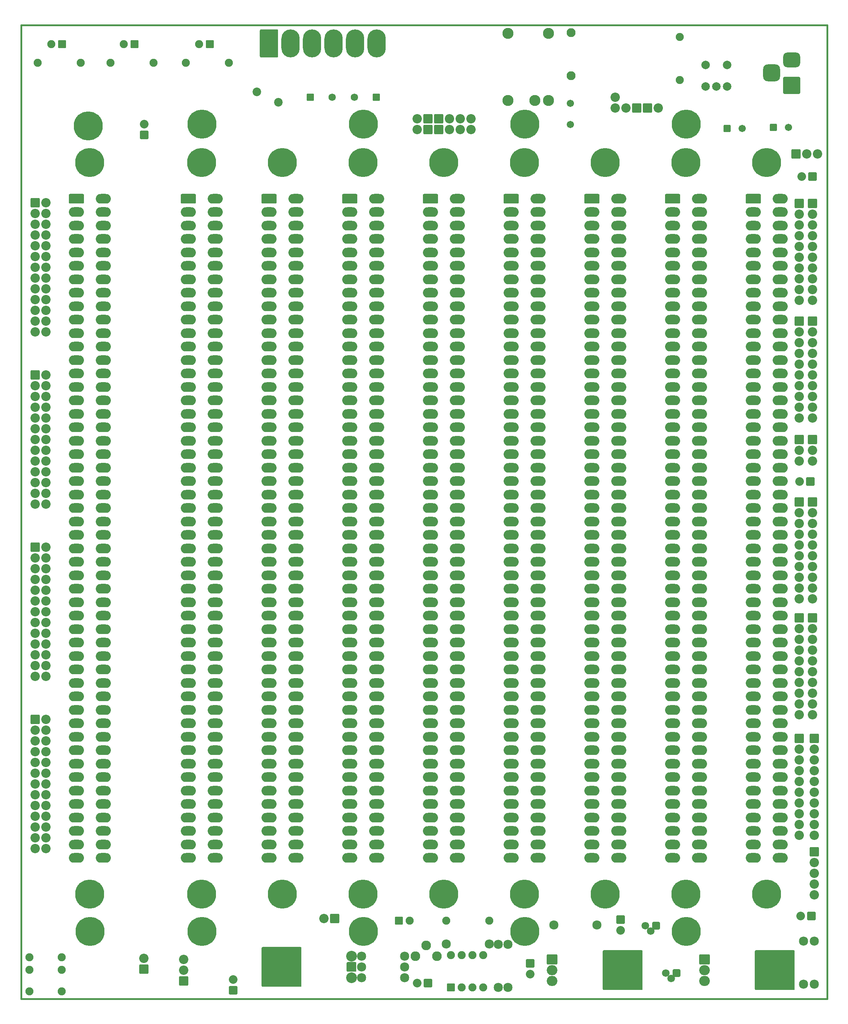
<source format=gts>
%TF.GenerationSoftware,KiCad,Pcbnew,7.0.5*%
%TF.CreationDate,2024-01-06T21:03:49-06:00*%
%TF.ProjectId,S100-Backplane,53313030-2d42-4616-936b-706c616e652e,rev?*%
%TF.SameCoordinates,Original*%
%TF.FileFunction,Soldermask,Top*%
%TF.FilePolarity,Negative*%
%FSLAX46Y46*%
G04 Gerber Fmt 4.6, Leading zero omitted, Abs format (unit mm)*
G04 Created by KiCad (PCBNEW 7.0.5) date 2024-01-06 21:03:49*
%MOMM*%
%LPD*%
G01*
G04 APERTURE LIST*
G04 Aperture macros list*
%AMRoundRect*
0 Rectangle with rounded corners*
0 $1 Rounding radius*
0 $2 $3 $4 $5 $6 $7 $8 $9 X,Y pos of 4 corners*
0 Add a 4 corners polygon primitive as box body*
4,1,4,$2,$3,$4,$5,$6,$7,$8,$9,$2,$3,0*
0 Add four circle primitives for the rounded corners*
1,1,$1+$1,$2,$3*
1,1,$1+$1,$4,$5*
1,1,$1+$1,$6,$7*
1,1,$1+$1,$8,$9*
0 Add four rect primitives between the rounded corners*
20,1,$1+$1,$2,$3,$4,$5,0*
20,1,$1+$1,$4,$5,$6,$7,0*
20,1,$1+$1,$6,$7,$8,$9,0*
20,1,$1+$1,$8,$9,$2,$3,0*%
G04 Aperture macros list end*
%ADD10RoundRect,0.254000X-4.445000X4.445000X-4.445000X-4.445000X4.445000X-4.445000X4.445000X4.445000X0*%
%ADD11O,2.508000X2.413000*%
%ADD12RoundRect,0.254000X-1.000000X0.952500X-1.000000X-0.952500X1.000000X-0.952500X1.000000X0.952500X0*%
%ADD13RoundRect,0.254000X-1.524000X0.889000X-1.524000X-0.889000X1.524000X-0.889000X1.524000X0.889000X0*%
%ADD14O,3.556000X2.286000*%
%ADD15C,6.858000*%
%ADD16RoundRect,0.254000X-1.905000X-3.048000X1.905000X-3.048000X1.905000X3.048000X-1.905000X3.048000X0*%
%ADD17O,4.318000X6.604000*%
%ADD18C,2.159000*%
%ADD19C,2.286000*%
%ADD20RoundRect,0.254000X0.762000X0.762000X-0.762000X0.762000X-0.762000X-0.762000X0.762000X-0.762000X0*%
%ADD21C,2.032000*%
%ADD22RoundRect,0.254000X-0.698500X-0.698500X0.698500X-0.698500X0.698500X0.698500X-0.698500X0.698500X0*%
%ADD23C,1.905000*%
%ADD24RoundRect,0.254000X0.762000X-0.762000X0.762000X0.762000X-0.762000X0.762000X-0.762000X-0.762000X0*%
%ADD25RoundRect,0.254000X4.445000X4.445000X-4.445000X4.445000X-4.445000X-4.445000X4.445000X-4.445000X0*%
%ADD26RoundRect,0.254000X0.889000X0.889000X-0.889000X0.889000X-0.889000X-0.889000X0.889000X-0.889000X0*%
%ADD27C,2.540000*%
%ADD28RoundRect,0.254000X0.698500X0.698500X-0.698500X0.698500X-0.698500X-0.698500X0.698500X-0.698500X0*%
%ADD29RoundRect,0.254000X0.850000X-0.850000X0.850000X0.850000X-0.850000X0.850000X-0.850000X-0.850000X0*%
%ADD30O,2.208000X2.208000*%
%ADD31RoundRect,0.254000X-0.850000X-0.850000X0.850000X-0.850000X0.850000X0.850000X-0.850000X0.850000X0*%
%ADD32RoundRect,0.254000X-0.762000X0.762000X-0.762000X-0.762000X0.762000X-0.762000X0.762000X0.762000X0*%
%ADD33C,2.023000*%
%ADD34RoundRect,0.254000X0.608500X0.608500X-0.608500X0.608500X-0.608500X-0.608500X0.608500X-0.608500X0*%
%ADD35C,1.725000*%
%ADD36RoundRect,0.254000X-0.608500X-0.608500X0.608500X-0.608500X0.608500X0.608500X-0.608500X0.608500X0*%
%ADD37C,2.608000*%
%ADD38RoundRect,0.254000X0.850000X0.850000X-0.850000X0.850000X-0.850000X-0.850000X0.850000X-0.850000X0*%
%ADD39C,2.208000*%
%ADD40RoundRect,0.254000X-0.850000X0.850000X-0.850000X-0.850000X0.850000X-0.850000X0.850000X0.850000X0*%
%ADD41RoundRect,0.254000X0.650000X0.650000X-0.650000X0.650000X-0.650000X-0.650000X0.650000X-0.650000X0*%
%ADD42C,1.808000*%
%ADD43C,1.708000*%
%ADD44C,2.108000*%
%ADD45O,2.108000X2.108000*%
%ADD46RoundRect,0.254000X-0.600000X-0.600000X0.600000X-0.600000X0.600000X0.600000X-0.600000X0.600000X0*%
%ADD47RoundRect,0.254000X-1.750000X1.750000X-1.750000X-1.750000X1.750000X-1.750000X1.750000X1.750000X0*%
%ADD48RoundRect,1.004000X-1.000000X0.750000X-1.000000X-0.750000X1.000000X-0.750000X1.000000X0.750000X0*%
%ADD49RoundRect,1.129000X-0.875000X0.875000X-0.875000X-0.875000X0.875000X-0.875000X0.875000X0.875000X0*%
%ADD50C,2.008000*%
%TA.AperFunction,Profile*%
%ADD51C,0.381000*%
%TD*%
G04 APERTURE END LIST*
D10*
%TO.C,Q4*%
X306728000Y-297942000D03*
D11*
X290068000Y-300482000D03*
X290068000Y-297942000D03*
D12*
X290068000Y-295402000D03*
%TD*%
D10*
%TO.C,Q3*%
X270764000Y-297942000D03*
D11*
X254104000Y-300482000D03*
X254104000Y-297942000D03*
D12*
X254104000Y-295402000D03*
%TD*%
D13*
%TO.C,U31*%
X141851380Y-115882420D03*
D14*
X141851380Y-119057420D03*
X141851380Y-122232420D03*
X141851380Y-125407420D03*
X141851380Y-128582420D03*
X141851380Y-131757420D03*
X141851380Y-134932420D03*
X141851380Y-138107420D03*
X141851380Y-141282420D03*
X141851380Y-144457420D03*
X141851380Y-147632420D03*
X141851380Y-150807420D03*
X141851380Y-153982420D03*
X141851380Y-157157420D03*
X141851380Y-160332420D03*
X141851380Y-163507420D03*
X141851380Y-166682420D03*
X141851380Y-169857420D03*
X141851380Y-173032420D03*
X141851380Y-176207420D03*
X141851380Y-179382420D03*
X141851380Y-182557420D03*
X141851380Y-185732420D03*
X141851380Y-188907420D03*
X141851380Y-192082420D03*
X141851380Y-195257420D03*
X141851380Y-198432420D03*
X141851380Y-201607420D03*
X141851380Y-204782420D03*
X141851380Y-207957420D03*
X141851380Y-211132420D03*
X141851380Y-214307420D03*
X141851380Y-217482420D03*
X141851380Y-220657420D03*
X141851380Y-223832420D03*
X141851380Y-227007420D03*
X141851380Y-230182420D03*
X141851380Y-233357420D03*
X141851380Y-236532420D03*
X141851380Y-239707420D03*
X141851380Y-242882420D03*
X141851380Y-246057420D03*
X141851380Y-249232420D03*
X141851380Y-252407420D03*
X141851380Y-255582420D03*
X141851380Y-258757420D03*
X141851380Y-261932420D03*
X141851380Y-265107420D03*
X141851380Y-268282420D03*
X141851380Y-271457420D03*
X148201380Y-115882420D03*
X148201380Y-119057420D03*
X148201380Y-122232420D03*
X148201380Y-125407420D03*
X148201380Y-128582420D03*
X148201380Y-131757420D03*
X148201380Y-134932420D03*
X148201380Y-138107420D03*
X148201380Y-141282420D03*
X148201380Y-144457420D03*
X148201380Y-147632420D03*
X148201380Y-150807420D03*
X148201380Y-153982420D03*
X148201380Y-157157420D03*
X148201380Y-160332420D03*
X148201380Y-163507420D03*
X148201380Y-166682420D03*
X148201380Y-169857420D03*
X148201380Y-173032420D03*
X148201380Y-176207420D03*
X148201380Y-179382420D03*
X148201380Y-182557420D03*
X148201380Y-185732420D03*
X148201380Y-188907420D03*
X148201380Y-192082420D03*
X148201380Y-195257420D03*
X148201380Y-198432420D03*
X148201380Y-201607420D03*
X148201380Y-204782420D03*
X148201380Y-207957420D03*
X148201380Y-211132420D03*
X148201380Y-214307420D03*
X148201380Y-217482420D03*
X148201380Y-220657420D03*
X148201380Y-223832420D03*
X148201380Y-227007420D03*
X148201380Y-230182420D03*
X148201380Y-233357420D03*
X148201380Y-236532420D03*
X148201380Y-239707420D03*
X148201380Y-242882420D03*
X148201380Y-246057420D03*
X148201380Y-249232420D03*
X148201380Y-252407420D03*
X148201380Y-255582420D03*
X148201380Y-258757420D03*
X148201380Y-261932420D03*
X148201380Y-265107420D03*
X148201380Y-268282420D03*
X148201380Y-271457420D03*
D15*
X145026380Y-107373420D03*
X145026380Y-279966420D03*
%TD*%
D16*
%TO.C,P1*%
X187325000Y-79248000D03*
D17*
X192405000Y-79248000D03*
X197485000Y-79248000D03*
X202565000Y-79248000D03*
X207645000Y-79248000D03*
X212725000Y-79248000D03*
%TD*%
D15*
%TO.C,P9*%
X209550000Y-98298000D03*
%TD*%
D18*
%TO.C,R9*%
X219329000Y-294640000D03*
X209169000Y-294640000D03*
%TD*%
D19*
%TO.C,R1*%
X221869000Y-294640000D03*
X224409000Y-292100000D03*
X226949000Y-294640000D03*
%TD*%
D18*
%TO.C,R10*%
X219329000Y-297180000D03*
X209169000Y-297180000D03*
%TD*%
D20*
%TO.C,C2*%
X224790000Y-300990000D03*
D21*
X222250000Y-300990000D03*
%TD*%
D22*
%TO.C,IC2*%
X230251000Y-302006000D03*
D23*
X232791000Y-302006000D03*
X235331000Y-302006000D03*
X237871000Y-302006000D03*
X237871000Y-294386000D03*
X235331000Y-294386000D03*
X232791000Y-294386000D03*
X230251000Y-294386000D03*
%TD*%
D18*
%TO.C,R4*%
X241427000Y-291846000D03*
X241427000Y-302006000D03*
%TD*%
%TO.C,R5*%
X209169000Y-299720000D03*
X219329000Y-299720000D03*
%TD*%
%TO.C,R3*%
X243713000Y-302006000D03*
X243713000Y-291846000D03*
%TD*%
%TO.C,R2*%
X229108000Y-291719000D03*
X239268000Y-291719000D03*
%TD*%
%TO.C,R7*%
X315976000Y-301244000D03*
X315976000Y-291084000D03*
%TD*%
%TO.C,R6*%
X254508000Y-287274000D03*
X264668000Y-287274000D03*
%TD*%
%TO.C,R8*%
X313436000Y-301244000D03*
X313436000Y-291084000D03*
%TD*%
D21*
%TO.C,C8*%
X157861000Y-98298000D03*
D24*
X157861000Y-100838000D03*
%TD*%
D20*
%TO.C,C7*%
X315595000Y-110617000D03*
D21*
X313055000Y-110617000D03*
%TD*%
D20*
%TO.C,C6*%
X315087000Y-182626000D03*
D21*
X312547000Y-182626000D03*
%TD*%
D25*
%TO.C,IC1*%
X190309500Y-297180000D03*
D26*
X206819500Y-297180000D03*
D27*
X206819500Y-299720000D03*
X206819500Y-294640000D03*
%TD*%
D23*
%TO.C,R16*%
X167640000Y-83820000D03*
X177800000Y-83820000D03*
%TD*%
%TO.C,R15*%
X132715000Y-83820000D03*
X142875000Y-83820000D03*
%TD*%
%TO.C,R18*%
X138366500Y-294894000D03*
X130746500Y-294894000D03*
%TD*%
%TO.C,R17*%
X160020000Y-83820000D03*
X149860000Y-83820000D03*
%TD*%
%TO.C,SW1*%
X138366500Y-302895000D03*
X130746500Y-302895000D03*
X138366500Y-297815000D03*
X130746500Y-297815000D03*
%TD*%
D28*
%TO.C,D1*%
X138430000Y-79375000D03*
D23*
X135890000Y-79375000D03*
%TD*%
D28*
%TO.C,D3*%
X155575000Y-79375000D03*
D23*
X153035000Y-79375000D03*
%TD*%
D28*
%TO.C,D2*%
X173355000Y-79375000D03*
D23*
X170815000Y-79375000D03*
%TD*%
D29*
%TO.C,JP2*%
X311658000Y-105283000D03*
D30*
X314198000Y-105283000D03*
X316738000Y-105283000D03*
%TD*%
D31*
%TO.C,JP1*%
X312420000Y-172720000D03*
D30*
X312420000Y-175260000D03*
X312420000Y-177800000D03*
%TD*%
D31*
%TO.C,JP3*%
X315595000Y-172720000D03*
D30*
X315595000Y-175260000D03*
X315595000Y-177800000D03*
%TD*%
D13*
%TO.C,U32*%
X168269920Y-115882420D03*
D14*
X168269920Y-119057420D03*
X168269920Y-122232420D03*
X168269920Y-125407420D03*
X168269920Y-128582420D03*
X168269920Y-131757420D03*
X168269920Y-134932420D03*
X168269920Y-138107420D03*
X168269920Y-141282420D03*
X168269920Y-144457420D03*
X168269920Y-147632420D03*
X168269920Y-150807420D03*
X168269920Y-153982420D03*
X168269920Y-157157420D03*
X168269920Y-160332420D03*
X168269920Y-163507420D03*
X168269920Y-166682420D03*
X168269920Y-169857420D03*
X168269920Y-173032420D03*
X168269920Y-176207420D03*
X168269920Y-179382420D03*
X168269920Y-182557420D03*
X168269920Y-185732420D03*
X168269920Y-188907420D03*
X168269920Y-192082420D03*
X168269920Y-195257420D03*
X168269920Y-198432420D03*
X168269920Y-201607420D03*
X168269920Y-204782420D03*
X168269920Y-207957420D03*
X168269920Y-211132420D03*
X168269920Y-214307420D03*
X168269920Y-217482420D03*
X168269920Y-220657420D03*
X168269920Y-223832420D03*
X168269920Y-227007420D03*
X168269920Y-230182420D03*
X168269920Y-233357420D03*
X168269920Y-236532420D03*
X168269920Y-239707420D03*
X168269920Y-242882420D03*
X168269920Y-246057420D03*
X168269920Y-249232420D03*
X168269920Y-252407420D03*
X168269920Y-255582420D03*
X168269920Y-258757420D03*
X168269920Y-261932420D03*
X168269920Y-265107420D03*
X168269920Y-268282420D03*
X168269920Y-271457420D03*
X174619920Y-115882420D03*
X174619920Y-119057420D03*
X174619920Y-122232420D03*
X174619920Y-125407420D03*
X174619920Y-128582420D03*
X174619920Y-131757420D03*
X174619920Y-134932420D03*
X174619920Y-138107420D03*
X174619920Y-141282420D03*
X174619920Y-144457420D03*
X174619920Y-147632420D03*
X174619920Y-150807420D03*
X174619920Y-153982420D03*
X174619920Y-157157420D03*
X174619920Y-160332420D03*
X174619920Y-163507420D03*
X174619920Y-166682420D03*
X174619920Y-169857420D03*
X174619920Y-173032420D03*
X174619920Y-176207420D03*
X174619920Y-179382420D03*
X174619920Y-182557420D03*
X174619920Y-185732420D03*
X174619920Y-188907420D03*
X174619920Y-192082420D03*
X174619920Y-195257420D03*
X174619920Y-198432420D03*
X174619920Y-201607420D03*
X174619920Y-204782420D03*
X174619920Y-207957420D03*
X174619920Y-211132420D03*
X174619920Y-214307420D03*
X174619920Y-217482420D03*
X174619920Y-220657420D03*
X174619920Y-223832420D03*
X174619920Y-227007420D03*
X174619920Y-230182420D03*
X174619920Y-233357420D03*
X174619920Y-236532420D03*
X174619920Y-239707420D03*
X174619920Y-242882420D03*
X174619920Y-246057420D03*
X174619920Y-249232420D03*
X174619920Y-252407420D03*
X174619920Y-255582420D03*
X174619920Y-258757420D03*
X174619920Y-261932420D03*
X174619920Y-265107420D03*
X174619920Y-268282420D03*
X174619920Y-271457420D03*
D15*
X171444920Y-107373420D03*
X171444920Y-279966420D03*
%TD*%
D13*
%TO.C,U33*%
X187319920Y-115882420D03*
D14*
X187319920Y-119057420D03*
X187319920Y-122232420D03*
X187319920Y-125407420D03*
X187319920Y-128582420D03*
X187319920Y-131757420D03*
X187319920Y-134932420D03*
X187319920Y-138107420D03*
X187319920Y-141282420D03*
X187319920Y-144457420D03*
X187319920Y-147632420D03*
X187319920Y-150807420D03*
X187319920Y-153982420D03*
X187319920Y-157157420D03*
X187319920Y-160332420D03*
X187319920Y-163507420D03*
X187319920Y-166682420D03*
X187319920Y-169857420D03*
X187319920Y-173032420D03*
X187319920Y-176207420D03*
X187319920Y-179382420D03*
X187319920Y-182557420D03*
X187319920Y-185732420D03*
X187319920Y-188907420D03*
X187319920Y-192082420D03*
X187319920Y-195257420D03*
X187319920Y-198432420D03*
X187319920Y-201607420D03*
X187319920Y-204782420D03*
X187319920Y-207957420D03*
X187319920Y-211132420D03*
X187319920Y-214307420D03*
X187319920Y-217482420D03*
X187319920Y-220657420D03*
X187319920Y-223832420D03*
X187319920Y-227007420D03*
X187319920Y-230182420D03*
X187319920Y-233357420D03*
X187319920Y-236532420D03*
X187319920Y-239707420D03*
X187319920Y-242882420D03*
X187319920Y-246057420D03*
X187319920Y-249232420D03*
X187319920Y-252407420D03*
X187319920Y-255582420D03*
X187319920Y-258757420D03*
X187319920Y-261932420D03*
X187319920Y-265107420D03*
X187319920Y-268282420D03*
X187319920Y-271457420D03*
X193669920Y-115882420D03*
X193669920Y-119057420D03*
X193669920Y-122232420D03*
X193669920Y-125407420D03*
X193669920Y-128582420D03*
X193669920Y-131757420D03*
X193669920Y-134932420D03*
X193669920Y-138107420D03*
X193669920Y-141282420D03*
X193669920Y-144457420D03*
X193669920Y-147632420D03*
X193669920Y-150807420D03*
X193669920Y-153982420D03*
X193669920Y-157157420D03*
X193669920Y-160332420D03*
X193669920Y-163507420D03*
X193669920Y-166682420D03*
X193669920Y-169857420D03*
X193669920Y-173032420D03*
X193669920Y-176207420D03*
X193669920Y-179382420D03*
X193669920Y-182557420D03*
X193669920Y-185732420D03*
X193669920Y-188907420D03*
X193669920Y-192082420D03*
X193669920Y-195257420D03*
X193669920Y-198432420D03*
X193669920Y-201607420D03*
X193669920Y-204782420D03*
X193669920Y-207957420D03*
X193669920Y-211132420D03*
X193669920Y-214307420D03*
X193669920Y-217482420D03*
X193669920Y-220657420D03*
X193669920Y-223832420D03*
X193669920Y-227007420D03*
X193669920Y-230182420D03*
X193669920Y-233357420D03*
X193669920Y-236532420D03*
X193669920Y-239707420D03*
X193669920Y-242882420D03*
X193669920Y-246057420D03*
X193669920Y-249232420D03*
X193669920Y-252407420D03*
X193669920Y-255582420D03*
X193669920Y-258757420D03*
X193669920Y-261932420D03*
X193669920Y-265107420D03*
X193669920Y-268282420D03*
X193669920Y-271457420D03*
D15*
X190494920Y-107373420D03*
X190494920Y-279966420D03*
%TD*%
D13*
%TO.C,U35*%
X225419920Y-115882420D03*
D14*
X225419920Y-119057420D03*
X225419920Y-122232420D03*
X225419920Y-125407420D03*
X225419920Y-128582420D03*
X225419920Y-131757420D03*
X225419920Y-134932420D03*
X225419920Y-138107420D03*
X225419920Y-141282420D03*
X225419920Y-144457420D03*
X225419920Y-147632420D03*
X225419920Y-150807420D03*
X225419920Y-153982420D03*
X225419920Y-157157420D03*
X225419920Y-160332420D03*
X225419920Y-163507420D03*
X225419920Y-166682420D03*
X225419920Y-169857420D03*
X225419920Y-173032420D03*
X225419920Y-176207420D03*
X225419920Y-179382420D03*
X225419920Y-182557420D03*
X225419920Y-185732420D03*
X225419920Y-188907420D03*
X225419920Y-192082420D03*
X225419920Y-195257420D03*
X225419920Y-198432420D03*
X225419920Y-201607420D03*
X225419920Y-204782420D03*
X225419920Y-207957420D03*
X225419920Y-211132420D03*
X225419920Y-214307420D03*
X225419920Y-217482420D03*
X225419920Y-220657420D03*
X225419920Y-223832420D03*
X225419920Y-227007420D03*
X225419920Y-230182420D03*
X225419920Y-233357420D03*
X225419920Y-236532420D03*
X225419920Y-239707420D03*
X225419920Y-242882420D03*
X225419920Y-246057420D03*
X225419920Y-249232420D03*
X225419920Y-252407420D03*
X225419920Y-255582420D03*
X225419920Y-258757420D03*
X225419920Y-261932420D03*
X225419920Y-265107420D03*
X225419920Y-268282420D03*
X225419920Y-271457420D03*
X231769920Y-115882420D03*
X231769920Y-119057420D03*
X231769920Y-122232420D03*
X231769920Y-125407420D03*
X231769920Y-128582420D03*
X231769920Y-131757420D03*
X231769920Y-134932420D03*
X231769920Y-138107420D03*
X231769920Y-141282420D03*
X231769920Y-144457420D03*
X231769920Y-147632420D03*
X231769920Y-150807420D03*
X231769920Y-153982420D03*
X231769920Y-157157420D03*
X231769920Y-160332420D03*
X231769920Y-163507420D03*
X231769920Y-166682420D03*
X231769920Y-169857420D03*
X231769920Y-173032420D03*
X231769920Y-176207420D03*
X231769920Y-179382420D03*
X231769920Y-182557420D03*
X231769920Y-185732420D03*
X231769920Y-188907420D03*
X231769920Y-192082420D03*
X231769920Y-195257420D03*
X231769920Y-198432420D03*
X231769920Y-201607420D03*
X231769920Y-204782420D03*
X231769920Y-207957420D03*
X231769920Y-211132420D03*
X231769920Y-214307420D03*
X231769920Y-217482420D03*
X231769920Y-220657420D03*
X231769920Y-223832420D03*
X231769920Y-227007420D03*
X231769920Y-230182420D03*
X231769920Y-233357420D03*
X231769920Y-236532420D03*
X231769920Y-239707420D03*
X231769920Y-242882420D03*
X231769920Y-246057420D03*
X231769920Y-249232420D03*
X231769920Y-252407420D03*
X231769920Y-255582420D03*
X231769920Y-258757420D03*
X231769920Y-261932420D03*
X231769920Y-265107420D03*
X231769920Y-268282420D03*
X231769920Y-271457420D03*
D15*
X228594920Y-107373420D03*
X228594920Y-279966420D03*
%TD*%
D13*
%TO.C,U34*%
X206369920Y-115882420D03*
D14*
X206369920Y-119057420D03*
X206369920Y-122232420D03*
X206369920Y-125407420D03*
X206369920Y-128582420D03*
X206369920Y-131757420D03*
X206369920Y-134932420D03*
X206369920Y-138107420D03*
X206369920Y-141282420D03*
X206369920Y-144457420D03*
X206369920Y-147632420D03*
X206369920Y-150807420D03*
X206369920Y-153982420D03*
X206369920Y-157157420D03*
X206369920Y-160332420D03*
X206369920Y-163507420D03*
X206369920Y-166682420D03*
X206369920Y-169857420D03*
X206369920Y-173032420D03*
X206369920Y-176207420D03*
X206369920Y-179382420D03*
X206369920Y-182557420D03*
X206369920Y-185732420D03*
X206369920Y-188907420D03*
X206369920Y-192082420D03*
X206369920Y-195257420D03*
X206369920Y-198432420D03*
X206369920Y-201607420D03*
X206369920Y-204782420D03*
X206369920Y-207957420D03*
X206369920Y-211132420D03*
X206369920Y-214307420D03*
X206369920Y-217482420D03*
X206369920Y-220657420D03*
X206369920Y-223832420D03*
X206369920Y-227007420D03*
X206369920Y-230182420D03*
X206369920Y-233357420D03*
X206369920Y-236532420D03*
X206369920Y-239707420D03*
X206369920Y-242882420D03*
X206369920Y-246057420D03*
X206369920Y-249232420D03*
X206369920Y-252407420D03*
X206369920Y-255582420D03*
X206369920Y-258757420D03*
X206369920Y-261932420D03*
X206369920Y-265107420D03*
X206369920Y-268282420D03*
X206369920Y-271457420D03*
X212719920Y-115882420D03*
X212719920Y-119057420D03*
X212719920Y-122232420D03*
X212719920Y-125407420D03*
X212719920Y-128582420D03*
X212719920Y-131757420D03*
X212719920Y-134932420D03*
X212719920Y-138107420D03*
X212719920Y-141282420D03*
X212719920Y-144457420D03*
X212719920Y-147632420D03*
X212719920Y-150807420D03*
X212719920Y-153982420D03*
X212719920Y-157157420D03*
X212719920Y-160332420D03*
X212719920Y-163507420D03*
X212719920Y-166682420D03*
X212719920Y-169857420D03*
X212719920Y-173032420D03*
X212719920Y-176207420D03*
X212719920Y-179382420D03*
X212719920Y-182557420D03*
X212719920Y-185732420D03*
X212719920Y-188907420D03*
X212719920Y-192082420D03*
X212719920Y-195257420D03*
X212719920Y-198432420D03*
X212719920Y-201607420D03*
X212719920Y-204782420D03*
X212719920Y-207957420D03*
X212719920Y-211132420D03*
X212719920Y-214307420D03*
X212719920Y-217482420D03*
X212719920Y-220657420D03*
X212719920Y-223832420D03*
X212719920Y-227007420D03*
X212719920Y-230182420D03*
X212719920Y-233357420D03*
X212719920Y-236532420D03*
X212719920Y-239707420D03*
X212719920Y-242882420D03*
X212719920Y-246057420D03*
X212719920Y-249232420D03*
X212719920Y-252407420D03*
X212719920Y-255582420D03*
X212719920Y-258757420D03*
X212719920Y-261932420D03*
X212719920Y-265107420D03*
X212719920Y-268282420D03*
X212719920Y-271457420D03*
D15*
X209544920Y-107373420D03*
X209544920Y-279966420D03*
%TD*%
D13*
%TO.C,U38*%
X282569920Y-115882420D03*
D14*
X282569920Y-119057420D03*
X282569920Y-122232420D03*
X282569920Y-125407420D03*
X282569920Y-128582420D03*
X282569920Y-131757420D03*
X282569920Y-134932420D03*
X282569920Y-138107420D03*
X282569920Y-141282420D03*
X282569920Y-144457420D03*
X282569920Y-147632420D03*
X282569920Y-150807420D03*
X282569920Y-153982420D03*
X282569920Y-157157420D03*
X282569920Y-160332420D03*
X282569920Y-163507420D03*
X282569920Y-166682420D03*
X282569920Y-169857420D03*
X282569920Y-173032420D03*
X282569920Y-176207420D03*
X282569920Y-179382420D03*
X282569920Y-182557420D03*
X282569920Y-185732420D03*
X282569920Y-188907420D03*
X282569920Y-192082420D03*
X282569920Y-195257420D03*
X282569920Y-198432420D03*
X282569920Y-201607420D03*
X282569920Y-204782420D03*
X282569920Y-207957420D03*
X282569920Y-211132420D03*
X282569920Y-214307420D03*
X282569920Y-217482420D03*
X282569920Y-220657420D03*
X282569920Y-223832420D03*
X282569920Y-227007420D03*
X282569920Y-230182420D03*
X282569920Y-233357420D03*
X282569920Y-236532420D03*
X282569920Y-239707420D03*
X282569920Y-242882420D03*
X282569920Y-246057420D03*
X282569920Y-249232420D03*
X282569920Y-252407420D03*
X282569920Y-255582420D03*
X282569920Y-258757420D03*
X282569920Y-261932420D03*
X282569920Y-265107420D03*
X282569920Y-268282420D03*
X282569920Y-271457420D03*
X288919920Y-115882420D03*
X288919920Y-119057420D03*
X288919920Y-122232420D03*
X288919920Y-125407420D03*
X288919920Y-128582420D03*
X288919920Y-131757420D03*
X288919920Y-134932420D03*
X288919920Y-138107420D03*
X288919920Y-141282420D03*
X288919920Y-144457420D03*
X288919920Y-147632420D03*
X288919920Y-150807420D03*
X288919920Y-153982420D03*
X288919920Y-157157420D03*
X288919920Y-160332420D03*
X288919920Y-163507420D03*
X288919920Y-166682420D03*
X288919920Y-169857420D03*
X288919920Y-173032420D03*
X288919920Y-176207420D03*
X288919920Y-179382420D03*
X288919920Y-182557420D03*
X288919920Y-185732420D03*
X288919920Y-188907420D03*
X288919920Y-192082420D03*
X288919920Y-195257420D03*
X288919920Y-198432420D03*
X288919920Y-201607420D03*
X288919920Y-204782420D03*
X288919920Y-207957420D03*
X288919920Y-211132420D03*
X288919920Y-214307420D03*
X288919920Y-217482420D03*
X288919920Y-220657420D03*
X288919920Y-223832420D03*
X288919920Y-227007420D03*
X288919920Y-230182420D03*
X288919920Y-233357420D03*
X288919920Y-236532420D03*
X288919920Y-239707420D03*
X288919920Y-242882420D03*
X288919920Y-246057420D03*
X288919920Y-249232420D03*
X288919920Y-252407420D03*
X288919920Y-255582420D03*
X288919920Y-258757420D03*
X288919920Y-261932420D03*
X288919920Y-265107420D03*
X288919920Y-268282420D03*
X288919920Y-271457420D03*
D15*
X285744920Y-107373420D03*
X285744920Y-279966420D03*
%TD*%
D13*
%TO.C,U39*%
X301619920Y-115882420D03*
D14*
X301619920Y-119057420D03*
X301619920Y-122232420D03*
X301619920Y-125407420D03*
X301619920Y-128582420D03*
X301619920Y-131757420D03*
X301619920Y-134932420D03*
X301619920Y-138107420D03*
X301619920Y-141282420D03*
X301619920Y-144457420D03*
X301619920Y-147632420D03*
X301619920Y-150807420D03*
X301619920Y-153982420D03*
X301619920Y-157157420D03*
X301619920Y-160332420D03*
X301619920Y-163507420D03*
X301619920Y-166682420D03*
X301619920Y-169857420D03*
X301619920Y-173032420D03*
X301619920Y-176207420D03*
X301619920Y-179382420D03*
X301619920Y-182557420D03*
X301619920Y-185732420D03*
X301619920Y-188907420D03*
X301619920Y-192082420D03*
X301619920Y-195257420D03*
X301619920Y-198432420D03*
X301619920Y-201607420D03*
X301619920Y-204782420D03*
X301619920Y-207957420D03*
X301619920Y-211132420D03*
X301619920Y-214307420D03*
X301619920Y-217482420D03*
X301619920Y-220657420D03*
X301619920Y-223832420D03*
X301619920Y-227007420D03*
X301619920Y-230182420D03*
X301619920Y-233357420D03*
X301619920Y-236532420D03*
X301619920Y-239707420D03*
X301619920Y-242882420D03*
X301619920Y-246057420D03*
X301619920Y-249232420D03*
X301619920Y-252407420D03*
X301619920Y-255582420D03*
X301619920Y-258757420D03*
X301619920Y-261932420D03*
X301619920Y-265107420D03*
X301619920Y-268282420D03*
X301619920Y-271457420D03*
X307969920Y-115882420D03*
X307969920Y-119057420D03*
X307969920Y-122232420D03*
X307969920Y-125407420D03*
X307969920Y-128582420D03*
X307969920Y-131757420D03*
X307969920Y-134932420D03*
X307969920Y-138107420D03*
X307969920Y-141282420D03*
X307969920Y-144457420D03*
X307969920Y-147632420D03*
X307969920Y-150807420D03*
X307969920Y-153982420D03*
X307969920Y-157157420D03*
X307969920Y-160332420D03*
X307969920Y-163507420D03*
X307969920Y-166682420D03*
X307969920Y-169857420D03*
X307969920Y-173032420D03*
X307969920Y-176207420D03*
X307969920Y-179382420D03*
X307969920Y-182557420D03*
X307969920Y-185732420D03*
X307969920Y-188907420D03*
X307969920Y-192082420D03*
X307969920Y-195257420D03*
X307969920Y-198432420D03*
X307969920Y-201607420D03*
X307969920Y-204782420D03*
X307969920Y-207957420D03*
X307969920Y-211132420D03*
X307969920Y-214307420D03*
X307969920Y-217482420D03*
X307969920Y-220657420D03*
X307969920Y-223832420D03*
X307969920Y-227007420D03*
X307969920Y-230182420D03*
X307969920Y-233357420D03*
X307969920Y-236532420D03*
X307969920Y-239707420D03*
X307969920Y-242882420D03*
X307969920Y-246057420D03*
X307969920Y-249232420D03*
X307969920Y-252407420D03*
X307969920Y-255582420D03*
X307969920Y-258757420D03*
X307969920Y-261932420D03*
X307969920Y-265107420D03*
X307969920Y-268282420D03*
X307969920Y-271457420D03*
D15*
X304794920Y-107373420D03*
X304794920Y-279966420D03*
%TD*%
D13*
%TO.C,U37*%
X263519920Y-115882420D03*
D14*
X263519920Y-119057420D03*
X263519920Y-122232420D03*
X263519920Y-125407420D03*
X263519920Y-128582420D03*
X263519920Y-131757420D03*
X263519920Y-134932420D03*
X263519920Y-138107420D03*
X263519920Y-141282420D03*
X263519920Y-144457420D03*
X263519920Y-147632420D03*
X263519920Y-150807420D03*
X263519920Y-153982420D03*
X263519920Y-157157420D03*
X263519920Y-160332420D03*
X263519920Y-163507420D03*
X263519920Y-166682420D03*
X263519920Y-169857420D03*
X263519920Y-173032420D03*
X263519920Y-176207420D03*
X263519920Y-179382420D03*
X263519920Y-182557420D03*
X263519920Y-185732420D03*
X263519920Y-188907420D03*
X263519920Y-192082420D03*
X263519920Y-195257420D03*
X263519920Y-198432420D03*
X263519920Y-201607420D03*
X263519920Y-204782420D03*
X263519920Y-207957420D03*
X263519920Y-211132420D03*
X263519920Y-214307420D03*
X263519920Y-217482420D03*
X263519920Y-220657420D03*
X263519920Y-223832420D03*
X263519920Y-227007420D03*
X263519920Y-230182420D03*
X263519920Y-233357420D03*
X263519920Y-236532420D03*
X263519920Y-239707420D03*
X263519920Y-242882420D03*
X263519920Y-246057420D03*
X263519920Y-249232420D03*
X263519920Y-252407420D03*
X263519920Y-255582420D03*
X263519920Y-258757420D03*
X263519920Y-261932420D03*
X263519920Y-265107420D03*
X263519920Y-268282420D03*
X263519920Y-271457420D03*
X269869920Y-115882420D03*
X269869920Y-119057420D03*
X269869920Y-122232420D03*
X269869920Y-125407420D03*
X269869920Y-128582420D03*
X269869920Y-131757420D03*
X269869920Y-134932420D03*
X269869920Y-138107420D03*
X269869920Y-141282420D03*
X269869920Y-144457420D03*
X269869920Y-147632420D03*
X269869920Y-150807420D03*
X269869920Y-153982420D03*
X269869920Y-157157420D03*
X269869920Y-160332420D03*
X269869920Y-163507420D03*
X269869920Y-166682420D03*
X269869920Y-169857420D03*
X269869920Y-173032420D03*
X269869920Y-176207420D03*
X269869920Y-179382420D03*
X269869920Y-182557420D03*
X269869920Y-185732420D03*
X269869920Y-188907420D03*
X269869920Y-192082420D03*
X269869920Y-195257420D03*
X269869920Y-198432420D03*
X269869920Y-201607420D03*
X269869920Y-204782420D03*
X269869920Y-207957420D03*
X269869920Y-211132420D03*
X269869920Y-214307420D03*
X269869920Y-217482420D03*
X269869920Y-220657420D03*
X269869920Y-223832420D03*
X269869920Y-227007420D03*
X269869920Y-230182420D03*
X269869920Y-233357420D03*
X269869920Y-236532420D03*
X269869920Y-239707420D03*
X269869920Y-242882420D03*
X269869920Y-246057420D03*
X269869920Y-249232420D03*
X269869920Y-252407420D03*
X269869920Y-255582420D03*
X269869920Y-258757420D03*
X269869920Y-261932420D03*
X269869920Y-265107420D03*
X269869920Y-268282420D03*
X269869920Y-271457420D03*
D15*
X266694920Y-107373420D03*
X266694920Y-279966420D03*
%TD*%
D13*
%TO.C,U36*%
X244469920Y-115882420D03*
D14*
X244469920Y-119057420D03*
X244469920Y-122232420D03*
X244469920Y-125407420D03*
X244469920Y-128582420D03*
X244469920Y-131757420D03*
X244469920Y-134932420D03*
X244469920Y-138107420D03*
X244469920Y-141282420D03*
X244469920Y-144457420D03*
X244469920Y-147632420D03*
X244469920Y-150807420D03*
X244469920Y-153982420D03*
X244469920Y-157157420D03*
X244469920Y-160332420D03*
X244469920Y-163507420D03*
X244469920Y-166682420D03*
X244469920Y-169857420D03*
X244469920Y-173032420D03*
X244469920Y-176207420D03*
X244469920Y-179382420D03*
X244469920Y-182557420D03*
X244469920Y-185732420D03*
X244469920Y-188907420D03*
X244469920Y-192082420D03*
X244469920Y-195257420D03*
X244469920Y-198432420D03*
X244469920Y-201607420D03*
X244469920Y-204782420D03*
X244469920Y-207957420D03*
X244469920Y-211132420D03*
X244469920Y-214307420D03*
X244469920Y-217482420D03*
X244469920Y-220657420D03*
X244469920Y-223832420D03*
X244469920Y-227007420D03*
X244469920Y-230182420D03*
X244469920Y-233357420D03*
X244469920Y-236532420D03*
X244469920Y-239707420D03*
X244469920Y-242882420D03*
X244469920Y-246057420D03*
X244469920Y-249232420D03*
X244469920Y-252407420D03*
X244469920Y-255582420D03*
X244469920Y-258757420D03*
X244469920Y-261932420D03*
X244469920Y-265107420D03*
X244469920Y-268282420D03*
X244469920Y-271457420D03*
X250819920Y-115882420D03*
X250819920Y-119057420D03*
X250819920Y-122232420D03*
X250819920Y-125407420D03*
X250819920Y-128582420D03*
X250819920Y-131757420D03*
X250819920Y-134932420D03*
X250819920Y-138107420D03*
X250819920Y-141282420D03*
X250819920Y-144457420D03*
X250819920Y-147632420D03*
X250819920Y-150807420D03*
X250819920Y-153982420D03*
X250819920Y-157157420D03*
X250819920Y-160332420D03*
X250819920Y-163507420D03*
X250819920Y-166682420D03*
X250819920Y-169857420D03*
X250819920Y-173032420D03*
X250819920Y-176207420D03*
X250819920Y-179382420D03*
X250819920Y-182557420D03*
X250819920Y-185732420D03*
X250819920Y-188907420D03*
X250819920Y-192082420D03*
X250819920Y-195257420D03*
X250819920Y-198432420D03*
X250819920Y-201607420D03*
X250819920Y-204782420D03*
X250819920Y-207957420D03*
X250819920Y-211132420D03*
X250819920Y-214307420D03*
X250819920Y-217482420D03*
X250819920Y-220657420D03*
X250819920Y-223832420D03*
X250819920Y-227007420D03*
X250819920Y-230182420D03*
X250819920Y-233357420D03*
X250819920Y-236532420D03*
X250819920Y-239707420D03*
X250819920Y-242882420D03*
X250819920Y-246057420D03*
X250819920Y-249232420D03*
X250819920Y-252407420D03*
X250819920Y-255582420D03*
X250819920Y-258757420D03*
X250819920Y-261932420D03*
X250819920Y-265107420D03*
X250819920Y-268282420D03*
X250819920Y-271457420D03*
D15*
X247644920Y-107373420D03*
X247644920Y-279966420D03*
%TD*%
%TO.C,P9*%
X144653000Y-98679000D03*
%TD*%
%TO.C,P9*%
X247650000Y-98298000D03*
%TD*%
%TO.C,P9*%
X285750000Y-98298000D03*
%TD*%
%TO.C,P9*%
X171450000Y-98298000D03*
%TD*%
%TO.C,P9*%
X209550000Y-288798000D03*
%TD*%
%TO.C,P9*%
X247650000Y-288798000D03*
%TD*%
%TO.C,P9*%
X285750000Y-288798000D03*
%TD*%
%TO.C,P9*%
X145034000Y-288798000D03*
%TD*%
%TO.C,P9*%
X171450000Y-288798000D03*
%TD*%
D32*
%TO.C,C3*%
X248920000Y-296291000D03*
D21*
X248920000Y-298831000D03*
%TD*%
D24*
%TO.C,C1*%
X178816000Y-302641000D03*
D21*
X178816000Y-300101000D03*
%TD*%
D32*
%TO.C,C4*%
X270256000Y-286004000D03*
D21*
X270256000Y-288544000D03*
%TD*%
D20*
%TO.C,C5*%
X315315600Y-285140400D03*
D21*
X312775600Y-285140400D03*
%TD*%
D33*
%TO.C,F2*%
X184404000Y-90678000D03*
X189504000Y-93078000D03*
%TD*%
D34*
%TO.C,F3*%
X212598000Y-91948000D03*
D35*
X207498000Y-91948000D03*
%TD*%
D36*
%TO.C,F1*%
X197084000Y-91948000D03*
D35*
X202184000Y-91948000D03*
%TD*%
D31*
%TO.C,RR11*%
X315976000Y-269951200D03*
D30*
X315976000Y-272491200D03*
X315976000Y-275031200D03*
X315976000Y-277571200D03*
X315976000Y-280111200D03*
%TD*%
D37*
%TO.C,IC3*%
X243708000Y-92715000D03*
X250058000Y-92715000D03*
X253238000Y-92715000D03*
X253238000Y-76835000D03*
X243708000Y-76835000D03*
%TD*%
D31*
%TO.C,P2*%
X132080000Y-116840000D03*
D30*
X134620000Y-116840000D03*
X132080000Y-119380000D03*
X134620000Y-119380000D03*
X132080000Y-121920000D03*
X134620000Y-121920000D03*
X132080000Y-124460000D03*
X134620000Y-124460000D03*
X132080000Y-127000000D03*
X134620000Y-127000000D03*
X132080000Y-129540000D03*
X134620000Y-129540000D03*
X132080000Y-132080000D03*
X134620000Y-132080000D03*
X132080000Y-134620000D03*
X134620000Y-134620000D03*
X132080000Y-137160000D03*
X134620000Y-137160000D03*
X132080000Y-139700000D03*
X134620000Y-139700000D03*
X132080000Y-142240000D03*
X134620000Y-142240000D03*
X132080000Y-144780000D03*
X134620000Y-144780000D03*
X132080000Y-147320000D03*
X134620000Y-147320000D03*
%TD*%
D23*
%TO.C,R11*%
X229108000Y-286258000D03*
X239268000Y-286258000D03*
%TD*%
D31*
%TO.C,RR10*%
X315976000Y-243205000D03*
D30*
X315976000Y-245745000D03*
X315976000Y-248285000D03*
X315976000Y-250825000D03*
X315976000Y-253365000D03*
X315976000Y-255905000D03*
X315976000Y-258445000D03*
X315976000Y-260985000D03*
X315976000Y-263525000D03*
X315976000Y-266065000D03*
%TD*%
D31*
%TO.C,RR2*%
X312420000Y-144780000D03*
D30*
X312420000Y-147320000D03*
X312420000Y-149860000D03*
X312420000Y-152400000D03*
X312420000Y-154940000D03*
X312420000Y-157480000D03*
X312420000Y-160020000D03*
X312420000Y-162560000D03*
X312420000Y-165100000D03*
X312420000Y-167640000D03*
%TD*%
D31*
%TO.C,RR4*%
X312420000Y-214752000D03*
D30*
X312420000Y-217292000D03*
X312420000Y-219832000D03*
X312420000Y-222372000D03*
X312420000Y-224912000D03*
X312420000Y-227452000D03*
X312420000Y-229992000D03*
X312420000Y-232532000D03*
X312420000Y-235072000D03*
X312420000Y-237612000D03*
%TD*%
D38*
%TO.C,K1*%
X167132000Y-300482000D03*
D30*
X167132000Y-297942000D03*
X167132000Y-295402000D03*
%TD*%
D23*
%TO.C,R20*%
X284226000Y-77724000D03*
X284226000Y-87884000D03*
%TD*%
D31*
%TO.C,P3*%
X132080000Y-157480000D03*
D30*
X134620000Y-157480000D03*
X132080000Y-160020000D03*
X134620000Y-160020000D03*
X132080000Y-162560000D03*
X134620000Y-162560000D03*
X132080000Y-165100000D03*
X134620000Y-165100000D03*
X132080000Y-167640000D03*
X134620000Y-167640000D03*
X132080000Y-170180000D03*
X134620000Y-170180000D03*
X132080000Y-172720000D03*
X134620000Y-172720000D03*
X132080000Y-175260000D03*
X134620000Y-175260000D03*
X132080000Y-177800000D03*
X134620000Y-177800000D03*
X132080000Y-180340000D03*
X134620000Y-180340000D03*
X132080000Y-182880000D03*
X134620000Y-182880000D03*
X132080000Y-185420000D03*
X134620000Y-185420000D03*
X132080000Y-187960000D03*
X134620000Y-187960000D03*
%TD*%
D31*
%TO.C,RR5*%
X312420000Y-243205000D03*
D30*
X312420000Y-245745000D03*
X312420000Y-248285000D03*
X312420000Y-250825000D03*
X312420000Y-253365000D03*
X312420000Y-255905000D03*
X312420000Y-258445000D03*
X312420000Y-260985000D03*
X312420000Y-263525000D03*
X312420000Y-266065000D03*
%TD*%
D39*
%TO.C,IC5*%
X222250000Y-97028000D03*
D30*
X222250000Y-99568000D03*
D40*
X224790000Y-97028000D03*
X224790000Y-99568000D03*
X227330000Y-97028000D03*
X227330000Y-99568000D03*
D30*
X229870000Y-97028000D03*
X229870000Y-99568000D03*
X232410000Y-97028000D03*
X232410000Y-99568000D03*
X234950000Y-97028000D03*
X234950000Y-99568000D03*
%TD*%
D31*
%TO.C,RR7*%
X315595000Y-144780000D03*
D30*
X315595000Y-147320000D03*
X315595000Y-149860000D03*
X315595000Y-152400000D03*
X315595000Y-154940000D03*
X315595000Y-157480000D03*
X315595000Y-160020000D03*
X315595000Y-162560000D03*
X315595000Y-165100000D03*
X315595000Y-167640000D03*
%TD*%
D41*
%TO.C,Q1*%
X278638000Y-287401000D03*
D42*
X277368000Y-288671000D03*
X276098000Y-287401000D03*
%TD*%
D43*
%TO.C,C10*%
X258445000Y-93385000D03*
X258445000Y-98385000D03*
%TD*%
D31*
%TO.C,P5*%
X132080000Y-238760000D03*
D30*
X134620000Y-238760000D03*
X132080000Y-241300000D03*
X134620000Y-241300000D03*
X132080000Y-243840000D03*
X134620000Y-243840000D03*
X132080000Y-246380000D03*
X134620000Y-246380000D03*
X132080000Y-248920000D03*
X134620000Y-248920000D03*
X132080000Y-251460000D03*
X134620000Y-251460000D03*
X132080000Y-254000000D03*
X134620000Y-254000000D03*
X132080000Y-256540000D03*
X134620000Y-256540000D03*
X132080000Y-259080000D03*
X134620000Y-259080000D03*
X132080000Y-261620000D03*
X134620000Y-261620000D03*
X132080000Y-264160000D03*
X134620000Y-264160000D03*
X132080000Y-266700000D03*
X134620000Y-266700000D03*
X132080000Y-269240000D03*
X134620000Y-269240000D03*
%TD*%
D31*
%TO.C,RR8*%
X315595000Y-187452000D03*
D30*
X315595000Y-189992000D03*
X315595000Y-192532000D03*
X315595000Y-195072000D03*
X315595000Y-197612000D03*
X315595000Y-200152000D03*
X315595000Y-202692000D03*
X315595000Y-205232000D03*
X315595000Y-207772000D03*
X315595000Y-210312000D03*
%TD*%
D31*
%TO.C,RR3*%
X312420000Y-187452000D03*
D30*
X312420000Y-189992000D03*
X312420000Y-192532000D03*
X312420000Y-195072000D03*
X312420000Y-197612000D03*
X312420000Y-200152000D03*
X312420000Y-202692000D03*
X312420000Y-205232000D03*
X312420000Y-207772000D03*
X312420000Y-210312000D03*
%TD*%
D31*
%TO.C,RR9*%
X315595000Y-214752000D03*
D30*
X315595000Y-217292000D03*
X315595000Y-219832000D03*
X315595000Y-222372000D03*
X315595000Y-224912000D03*
X315595000Y-227452000D03*
X315595000Y-229992000D03*
X315595000Y-232532000D03*
X315595000Y-235072000D03*
X315595000Y-237612000D03*
%TD*%
D44*
%TO.C,R19*%
X258572000Y-76708000D03*
D45*
X258572000Y-86868000D03*
%TD*%
D22*
%TO.C,D4*%
X217932000Y-286258000D03*
D23*
X220472000Y-286258000D03*
%TD*%
D40*
%TO.C,JP4*%
X202824000Y-285750000D03*
D30*
X200284000Y-285750000D03*
%TD*%
D38*
%TO.C,P12*%
X157734000Y-297693000D03*
D30*
X157734000Y-295153000D03*
%TD*%
D46*
%TO.C,C9*%
X295458000Y-99314000D03*
D43*
X298958000Y-99314000D03*
%TD*%
D31*
%TO.C,P4*%
X132080000Y-198120000D03*
D30*
X134620000Y-198120000D03*
X132080000Y-200660000D03*
X134620000Y-200660000D03*
X132080000Y-203200000D03*
X134620000Y-203200000D03*
X132080000Y-205740000D03*
X134620000Y-205740000D03*
X132080000Y-208280000D03*
X134620000Y-208280000D03*
X132080000Y-210820000D03*
X134620000Y-210820000D03*
X132080000Y-213360000D03*
X134620000Y-213360000D03*
X132080000Y-215900000D03*
X134620000Y-215900000D03*
X132080000Y-218440000D03*
X134620000Y-218440000D03*
X132080000Y-220980000D03*
X134620000Y-220980000D03*
X132080000Y-223520000D03*
X134620000Y-223520000D03*
X132080000Y-226060000D03*
X134620000Y-226060000D03*
X132080000Y-228600000D03*
X134620000Y-228600000D03*
%TD*%
D31*
%TO.C,RR1*%
X312420000Y-116967000D03*
D30*
X312420000Y-119507000D03*
X312420000Y-122047000D03*
X312420000Y-124587000D03*
X312420000Y-127127000D03*
X312420000Y-129667000D03*
X312420000Y-132207000D03*
X312420000Y-134747000D03*
X312420000Y-137287000D03*
X312420000Y-139827000D03*
%TD*%
D31*
%TO.C,RR6*%
X315595000Y-116967000D03*
D30*
X315595000Y-119507000D03*
X315595000Y-122047000D03*
X315595000Y-124587000D03*
X315595000Y-127127000D03*
X315595000Y-129667000D03*
X315595000Y-132207000D03*
X315595000Y-134747000D03*
X315595000Y-137287000D03*
X315595000Y-139827000D03*
%TD*%
D42*
%TO.C,Q2*%
X280924000Y-298577000D03*
X282194000Y-299847000D03*
D41*
X283464000Y-298577000D03*
%TD*%
D46*
%TO.C,C11*%
X306380000Y-99060000D03*
D43*
X309880000Y-99060000D03*
%TD*%
D47*
%TO.C,J1*%
X310642000Y-89154000D03*
D48*
X310642000Y-83154000D03*
D49*
X305942000Y-86154000D03*
%TD*%
D39*
%TO.C,IC4*%
X268986000Y-94488000D03*
D30*
X271526000Y-94488000D03*
D40*
X274066000Y-94488000D03*
X276606000Y-94488000D03*
D30*
X279146000Y-94488000D03*
D39*
X268986000Y-91948000D03*
%TD*%
D50*
%TO.C,SW2*%
X295402000Y-89408000D03*
X292862000Y-89408000D03*
X290322000Y-89408000D03*
X295402000Y-84328000D03*
X290322000Y-84328000D03*
%TD*%
D51*
X319024000Y-304673000D02*
X319024000Y-74930000D01*
X128778000Y-304673000D02*
X319024000Y-304673000D01*
X128778000Y-74930000D02*
X128778000Y-304673000D01*
X319024000Y-74930000D02*
X128778000Y-74930000D01*
M02*

</source>
